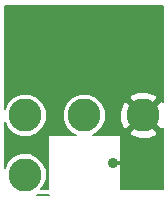
<source format=gbl>
G04 (created by PCBNEW (2013-07-07 BZR 4022)-stable) date 7/15/2015 5:50:03 PM*
%MOIN*%
G04 Gerber Fmt 3.4, Leading zero omitted, Abs format*
%FSLAX34Y34*%
G01*
G70*
G90*
G04 APERTURE LIST*
%ADD10C,0.00590551*%
%ADD11C,0.110236*%
%ADD12C,0.035*%
%ADD13C,0.011811*%
%ADD14C,0.00787402*%
G04 APERTURE END LIST*
G54D10*
G54D11*
X78740Y-57086D03*
X80708Y-57086D03*
X76771Y-57086D03*
X76771Y-59055D03*
G54D12*
X79708Y-58663D03*
X78187Y-54962D03*
X77147Y-54966D03*
X80561Y-59141D03*
G54D13*
X79708Y-58663D02*
X80082Y-58663D01*
X80082Y-58663D02*
X80561Y-59141D01*
X80561Y-59141D02*
X80557Y-59145D01*
G54D10*
G36*
X77559Y-59730D02*
X77161Y-59738D01*
X77161Y-59730D01*
X77559Y-59730D01*
X77559Y-59730D01*
G37*
G54D14*
X77559Y-59730D02*
X77161Y-59738D01*
X77161Y-59730D01*
X77559Y-59730D01*
G54D10*
G36*
X81374Y-59539D02*
X81191Y-59539D01*
X81191Y-57655D01*
X80708Y-57172D01*
X80622Y-57258D01*
X80622Y-57086D01*
X80139Y-56603D01*
X80022Y-56663D01*
X79912Y-56957D01*
X79924Y-57272D01*
X80022Y-57509D01*
X80139Y-57569D01*
X80622Y-57086D01*
X80622Y-57258D01*
X80225Y-57655D01*
X80285Y-57772D01*
X80579Y-57882D01*
X80894Y-57870D01*
X81132Y-57772D01*
X81191Y-57655D01*
X81191Y-59539D01*
X79968Y-59539D01*
X79968Y-57732D01*
X79033Y-57732D01*
X79141Y-57687D01*
X79340Y-57488D01*
X79448Y-57228D01*
X79448Y-56946D01*
X79341Y-56685D01*
X79142Y-56486D01*
X78881Y-56378D01*
X78599Y-56377D01*
X78339Y-56485D01*
X78139Y-56684D01*
X78031Y-56945D01*
X78031Y-57226D01*
X78139Y-57487D01*
X78338Y-57687D01*
X78447Y-57732D01*
X77521Y-57732D01*
X77521Y-59539D01*
X77289Y-59539D01*
X77372Y-59457D01*
X77480Y-59196D01*
X77480Y-58914D01*
X77372Y-58654D01*
X77173Y-58454D01*
X76913Y-58346D01*
X76631Y-58346D01*
X76370Y-58453D01*
X76171Y-58653D01*
X76100Y-58823D01*
X76100Y-57647D01*
X76100Y-57639D01*
X76100Y-57317D01*
X76170Y-57487D01*
X76369Y-57687D01*
X76630Y-57795D01*
X76911Y-57795D01*
X77172Y-57687D01*
X77372Y-57488D01*
X77480Y-57228D01*
X77480Y-56946D01*
X77372Y-56685D01*
X77173Y-56486D01*
X76913Y-56378D01*
X76631Y-56377D01*
X76370Y-56485D01*
X76171Y-56684D01*
X76100Y-56855D01*
X76100Y-53444D01*
X81374Y-53444D01*
X81374Y-56652D01*
X81277Y-56603D01*
X81191Y-56689D01*
X81191Y-56517D01*
X81132Y-56400D01*
X80837Y-56290D01*
X80523Y-56302D01*
X80285Y-56400D01*
X80225Y-56517D01*
X80708Y-57000D01*
X81191Y-56517D01*
X81191Y-56689D01*
X80794Y-57086D01*
X81277Y-57569D01*
X81374Y-57520D01*
X81374Y-59539D01*
X81374Y-59539D01*
G37*
G54D14*
X81374Y-59539D02*
X81191Y-59539D01*
X81191Y-57655D01*
X80708Y-57172D01*
X80622Y-57258D01*
X80622Y-57086D01*
X80139Y-56603D01*
X80022Y-56663D01*
X79912Y-56957D01*
X79924Y-57272D01*
X80022Y-57509D01*
X80139Y-57569D01*
X80622Y-57086D01*
X80622Y-57258D01*
X80225Y-57655D01*
X80285Y-57772D01*
X80579Y-57882D01*
X80894Y-57870D01*
X81132Y-57772D01*
X81191Y-57655D01*
X81191Y-59539D01*
X79968Y-59539D01*
X79968Y-57732D01*
X79033Y-57732D01*
X79141Y-57687D01*
X79340Y-57488D01*
X79448Y-57228D01*
X79448Y-56946D01*
X79341Y-56685D01*
X79142Y-56486D01*
X78881Y-56378D01*
X78599Y-56377D01*
X78339Y-56485D01*
X78139Y-56684D01*
X78031Y-56945D01*
X78031Y-57226D01*
X78139Y-57487D01*
X78338Y-57687D01*
X78447Y-57732D01*
X77521Y-57732D01*
X77521Y-59539D01*
X77289Y-59539D01*
X77372Y-59457D01*
X77480Y-59196D01*
X77480Y-58914D01*
X77372Y-58654D01*
X77173Y-58454D01*
X76913Y-58346D01*
X76631Y-58346D01*
X76370Y-58453D01*
X76171Y-58653D01*
X76100Y-58823D01*
X76100Y-57647D01*
X76100Y-57639D01*
X76100Y-57317D01*
X76170Y-57487D01*
X76369Y-57687D01*
X76630Y-57795D01*
X76911Y-57795D01*
X77172Y-57687D01*
X77372Y-57488D01*
X77480Y-57228D01*
X77480Y-56946D01*
X77372Y-56685D01*
X77173Y-56486D01*
X76913Y-56378D01*
X76631Y-56377D01*
X76370Y-56485D01*
X76171Y-56684D01*
X76100Y-56855D01*
X76100Y-53444D01*
X81374Y-53444D01*
X81374Y-56652D01*
X81277Y-56603D01*
X81191Y-56689D01*
X81191Y-56517D01*
X81132Y-56400D01*
X80837Y-56290D01*
X80523Y-56302D01*
X80285Y-56400D01*
X80225Y-56517D01*
X80708Y-57000D01*
X81191Y-56517D01*
X81191Y-56689D01*
X80794Y-57086D01*
X81277Y-57569D01*
X81374Y-57520D01*
X81374Y-59539D01*
M02*

</source>
